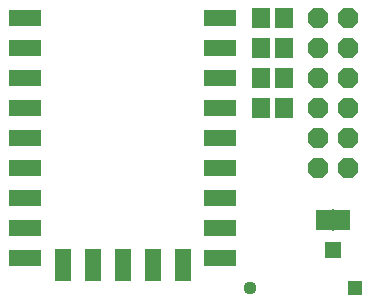
<source format=gts>
G75*
%MOIN*%
%OFA0B0*%
%FSLAX24Y24*%
%IPPOS*%
%LPD*%
%AMOC8*
5,1,8,0,0,1.08239X$1,22.5*
%
%ADD10R,0.0592X0.0671*%
%ADD11R,0.1080X0.0580*%
%ADD12R,0.0580X0.1080*%
%ADD13R,0.0552X0.0552*%
%ADD14R,0.0540X0.0710*%
%ADD15R,0.0060X0.0720*%
%ADD16OC8,0.0680*%
%ADD17C,0.0437*%
%ADD18R,0.0476X0.0476*%
D10*
X012635Y009643D03*
X013384Y009643D03*
X013384Y010643D03*
X012635Y010643D03*
X012635Y011643D03*
X013384Y011643D03*
X013384Y012643D03*
X012635Y012643D03*
D11*
X004760Y004643D03*
X004760Y005643D03*
X004760Y006643D03*
X004760Y007643D03*
X004760Y008643D03*
X004760Y009643D03*
X004760Y010643D03*
X004760Y011643D03*
X004760Y012643D03*
X011260Y012643D03*
X011260Y011643D03*
X011260Y010643D03*
X011260Y009643D03*
X011260Y008643D03*
X011260Y007643D03*
X011260Y006643D03*
X011260Y005643D03*
X011260Y004643D03*
D12*
X010010Y004393D03*
X009010Y004393D03*
X008010Y004393D03*
X007010Y004393D03*
X006010Y004393D03*
D13*
X015010Y004893D03*
D14*
X015310Y005893D03*
X014710Y005893D03*
D15*
X015010Y005893D03*
D16*
X015510Y007643D03*
X014510Y007643D03*
X014510Y008643D03*
X015510Y008643D03*
X015510Y009643D03*
X014510Y009643D03*
X014510Y010643D03*
X015510Y010643D03*
X015510Y011643D03*
X014510Y011643D03*
X014510Y012643D03*
X015510Y012643D03*
D17*
X012260Y003643D03*
D18*
X015760Y003643D03*
M02*

</source>
